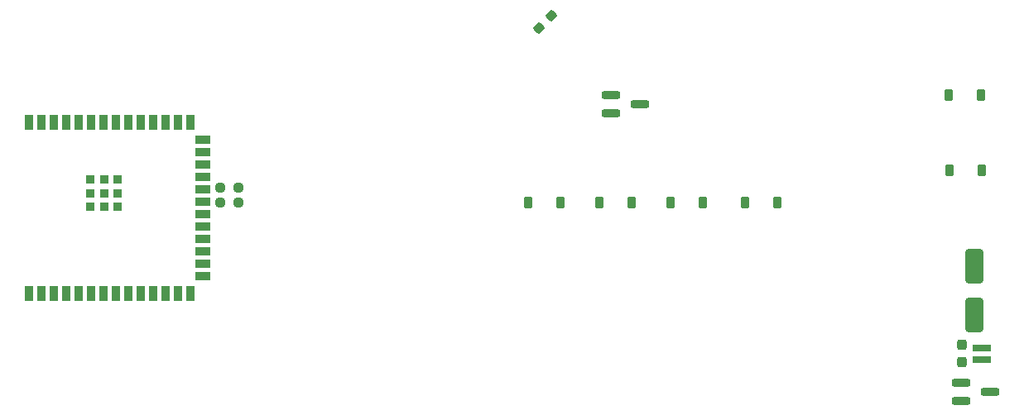
<source format=gbr>
%TF.GenerationSoftware,KiCad,Pcbnew,9.0.2*%
%TF.CreationDate,2025-08-14T03:12:12+07:00*%
%TF.ProjectId,Gamepad PCB,47616d65-7061-4642-9050-43422e6b6963,v03*%
%TF.SameCoordinates,Original*%
%TF.FileFunction,Paste,Bot*%
%TF.FilePolarity,Positive*%
%FSLAX46Y46*%
G04 Gerber Fmt 4.6, Leading zero omitted, Abs format (unit mm)*
G04 Created by KiCad (PCBNEW 9.0.2) date 2025-08-14 03:12:12*
%MOMM*%
%LPD*%
G01*
G04 APERTURE LIST*
G04 Aperture macros list*
%AMRoundRect*
0 Rectangle with rounded corners*
0 $1 Rounding radius*
0 $2 $3 $4 $5 $6 $7 $8 $9 X,Y pos of 4 corners*
0 Add a 4 corners polygon primitive as box body*
4,1,4,$2,$3,$4,$5,$6,$7,$8,$9,$2,$3,0*
0 Add four circle primitives for the rounded corners*
1,1,$1+$1,$2,$3*
1,1,$1+$1,$4,$5*
1,1,$1+$1,$6,$7*
1,1,$1+$1,$8,$9*
0 Add four rect primitives between the rounded corners*
20,1,$1+$1,$2,$3,$4,$5,0*
20,1,$1+$1,$4,$5,$6,$7,0*
20,1,$1+$1,$6,$7,$8,$9,0*
20,1,$1+$1,$8,$9,$2,$3,0*%
G04 Aperture macros list end*
%ADD10RoundRect,0.225000X0.225000X0.375000X-0.225000X0.375000X-0.225000X-0.375000X0.225000X-0.375000X0*%
%ADD11R,0.900000X1.500000*%
%ADD12R,1.500000X0.900000*%
%ADD13R,0.900000X0.900000*%
%ADD14RoundRect,0.200000X-0.750000X-0.200000X0.750000X-0.200000X0.750000X0.200000X-0.750000X0.200000X0*%
%ADD15RoundRect,0.237500X0.250000X0.237500X-0.250000X0.237500X-0.250000X-0.237500X0.250000X-0.237500X0*%
%ADD16RoundRect,0.250000X-0.650000X1.500000X-0.650000X-1.500000X0.650000X-1.500000X0.650000X1.500000X0*%
%ADD17RoundRect,0.237500X0.237500X-0.300000X0.237500X0.300000X-0.237500X0.300000X-0.237500X-0.300000X0*%
%ADD18RoundRect,0.237500X-0.008839X-0.344715X0.344715X0.008839X0.008839X0.344715X-0.344715X-0.008839X0*%
%ADD19RoundRect,0.190000X0.780000X-0.190000X0.780000X0.190000X-0.780000X0.190000X-0.780000X-0.190000X0*%
G04 APERTURE END LIST*
D10*
%TO.C,D19*%
X144950000Y-116300000D03*
X148250000Y-116300000D03*
%TD*%
D11*
%TO.C,U6*%
X93880000Y-125585000D03*
X95150000Y-125585000D03*
X96420000Y-125585000D03*
X97690000Y-125585000D03*
X98960000Y-125585000D03*
X100230000Y-125585000D03*
X101500000Y-125585000D03*
X102770000Y-125585000D03*
X104040000Y-125585000D03*
X105310000Y-125585000D03*
X106580000Y-125585000D03*
X107850000Y-125585000D03*
X109120000Y-125585000D03*
X110390000Y-125585000D03*
D12*
X111640000Y-123820000D03*
X111640000Y-122550000D03*
X111640000Y-121280000D03*
X111640000Y-120010000D03*
X111640000Y-118740000D03*
X111640000Y-117470000D03*
X111640000Y-116200000D03*
X111640000Y-114930000D03*
X111640000Y-113660000D03*
X111640000Y-112390000D03*
X111640000Y-111120000D03*
X111640000Y-109850000D03*
D11*
X110390000Y-108085000D03*
X109120000Y-108085000D03*
X107850000Y-108085000D03*
X106580000Y-108085000D03*
X105310000Y-108085000D03*
X104040000Y-108085000D03*
X102770000Y-108085000D03*
X101500000Y-108085000D03*
X100230000Y-108085000D03*
X98960000Y-108085000D03*
X97690000Y-108085000D03*
X96420000Y-108085000D03*
X95150000Y-108085000D03*
X93880000Y-108085000D03*
D13*
X100200000Y-116735000D03*
X101600000Y-116735000D03*
X103000000Y-116735000D03*
X100200000Y-115335000D03*
X101600000Y-115335000D03*
X103000000Y-115335000D03*
X100200000Y-113935000D03*
X101600000Y-113935000D03*
X103000000Y-113935000D03*
%TD*%
D10*
%TO.C,D13*%
X191350000Y-113000000D03*
X188050000Y-113000000D03*
%TD*%
D14*
%TO.C,Q8*%
X189200000Y-136650000D03*
X189200000Y-134750000D03*
X192200000Y-135700000D03*
%TD*%
D15*
%TO.C,R12*%
X115300000Y-116300000D03*
X113475000Y-116300000D03*
%TD*%
D16*
%TO.C,D4*%
X190600000Y-122800000D03*
X190600000Y-127800000D03*
%TD*%
D17*
%TO.C,C20*%
X189300000Y-132625002D03*
X189300000Y-130900000D03*
%TD*%
D10*
%TO.C,D11*%
X162800000Y-116300000D03*
X159500000Y-116300000D03*
%TD*%
D18*
%TO.C,R14*%
X146054765Y-98445235D03*
X147345235Y-97154765D03*
%TD*%
D10*
%TO.C,D7*%
X170400000Y-116300000D03*
X167100000Y-116300000D03*
%TD*%
D15*
%TO.C,R13*%
X115300000Y-114810000D03*
X113475000Y-114810000D03*
%TD*%
D19*
%TO.C,M1*%
X191312500Y-132400000D03*
X191312500Y-131200000D03*
%TD*%
D10*
%TO.C,D15*%
X155500000Y-116300000D03*
X152200000Y-116300000D03*
%TD*%
%TO.C,D9*%
X191300000Y-105300000D03*
X188000000Y-105300000D03*
%TD*%
D14*
%TO.C,Q7*%
X153400000Y-107200000D03*
X153400000Y-105300000D03*
X156400000Y-106250000D03*
%TD*%
M02*

</source>
